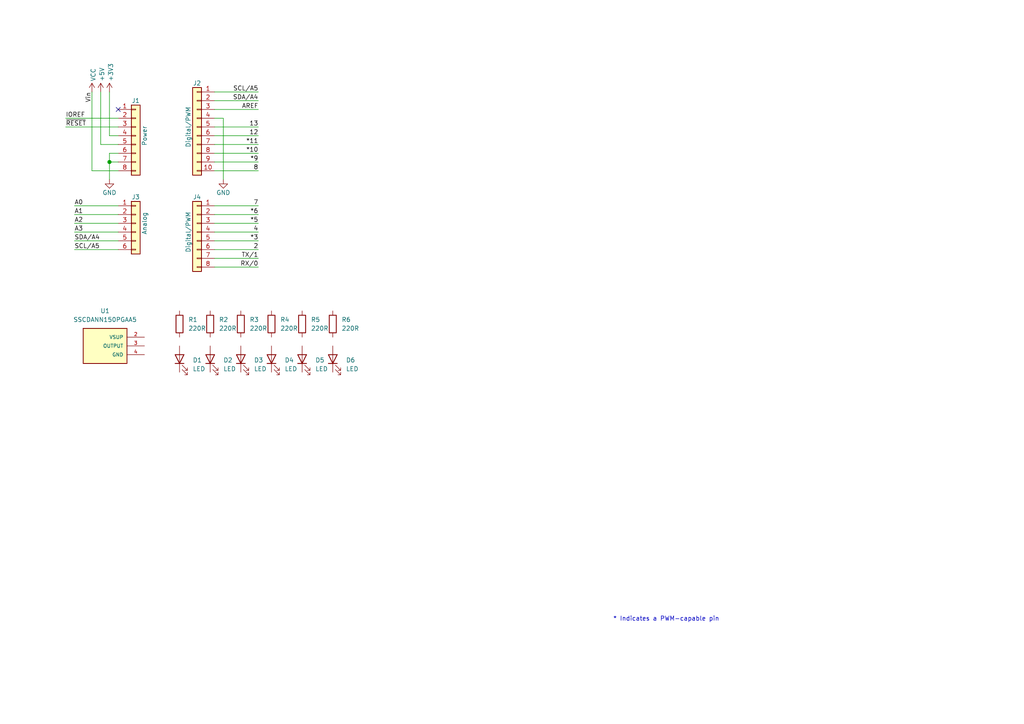
<source format=kicad_sch>
(kicad_sch (version 20231120) (generator "eeschema") (generator_version "8.0")
  (paper "A4")
  (title_block (date "mar. 31 mars 2015"))
  (lib_symbols
    (symbol "Connector_Generic:Conn_01x06" (pin_names (offset 1.016) hide)
      (property "Reference" "J" (at 0 7.62 0))
      (property "Value" "Conn_01x06" (at 0 -10.16 0))
      (symbol "Conn_01x06_1_1"
        (rectangle (start -1.27 -7.493) (end 0 -7.747) (stroke (width 0.1524)))
        (rectangle (start -1.27 -4.953) (end 0 -5.207) (stroke (width 0.1524)))
        (rectangle (start -1.27 -2.413) (end 0 -2.667) (stroke (width 0.1524)))
        (rectangle (start -1.27 0.127) (end 0 -0.127) (stroke (width 0.1524)))
        (rectangle (start -1.27 2.667) (end 0 2.413) (stroke (width 0.1524)))
        (rectangle (start -1.27 5.207) (end 0 4.953) (stroke (width 0.1524)))
        (rectangle (start -1.27 6.35) (end 1.27 -8.89) (stroke (width 0.254)) (fill (type background)))
        (pin passive line (at -5.08 5.08 0) (length 3.81) (name "Pin_1") (number "1"))
        (pin passive line (at -5.08 2.54 0) (length 3.81) (name "Pin_2") (number "2"))
        (pin passive line (at -5.08 0 0) (length 3.81) (name "Pin_3") (number "3"))
        (pin passive line (at -5.08 -2.54 0) (length 3.81) (name "Pin_4") (number "4"))
        (pin passive line (at -5.08 -5.08 0) (length 3.81) (name "Pin_5") (number "5"))
        (pin passive line (at -5.08 -7.62 0) (length 3.81) (name "Pin_6") (number "6"))
      )
    )
    (symbol "Connector_Generic:Conn_01x08" (pin_names (offset 1.016) hide)
      (property "Reference" "J" (at 0 10.16 0))
      (property "Value" "Conn_01x08" (at 0 -12.7 0))
      (symbol "Conn_01x08_1_1"
        (rectangle (start -1.27 -10.033) (end 0 -10.287) (stroke (width 0.1524)))
        (rectangle (start -1.27 -7.493) (end 0 -7.747) (stroke (width 0.1524)))
        (rectangle (start -1.27 -4.953) (end 0 -5.207) (stroke (width 0.1524)))
        (rectangle (start -1.27 -2.413) (end 0 -2.667) (stroke (width 0.1524)))
        (rectangle (start -1.27 0.127) (end 0 -0.127) (stroke (width 0.1524)))
        (rectangle (start -1.27 2.667) (end 0 2.413) (stroke (width 0.1524)))
        (rectangle (start -1.27 5.207) (end 0 4.953) (stroke (width 0.1524)))
        (rectangle (start -1.27 7.747) (end 0 7.493) (stroke (width 0.1524)))
        (rectangle (start -1.27 8.89) (end 1.27 -11.43) (stroke (width 0.254)) (fill (type background)))
        (pin passive line (at -5.08 7.62 0) (length 3.81) (name "Pin_1") (number "1"))
        (pin passive line (at -5.08 5.08 0) (length 3.81) (name "Pin_2") (number "2"))
        (pin passive line (at -5.08 2.54 0) (length 3.81) (name "Pin_3") (number "3"))
        (pin passive line (at -5.08 0 0) (length 3.81) (name "Pin_4") (number "4"))
        (pin passive line (at -5.08 -2.54 0) (length 3.81) (name "Pin_5") (number "5"))
        (pin passive line (at -5.08 -5.08 0) (length 3.81) (name "Pin_6") (number "6"))
        (pin passive line (at -5.08 -7.62 0) (length 3.81) (name "Pin_7") (number "7"))
        (pin passive line (at -5.08 -10.16 0) (length 3.81) (name "Pin_8") (number "8"))
      )
    )
    (symbol "Connector_Generic:Conn_01x10" (pin_names (offset 1.016) hide)
      (property "Reference" "J" (at 0 12.7 0))
      (property "Value" "Conn_01x10" (at 0 -15.24 0))
      (symbol "Conn_01x10_1_1"
        (rectangle (start -1.27 -12.573) (end 0 -12.827) (stroke (width 0.1524)))
        (rectangle (start -1.27 -10.033) (end 0 -10.287) (stroke (width 0.1524)))
        (rectangle (start -1.27 -7.493) (end 0 -7.747) (stroke (width 0.1524)))
        (rectangle (start -1.27 -4.953) (end 0 -5.207) (stroke (width 0.1524)))
        (rectangle (start -1.27 -2.413) (end 0 -2.667) (stroke (width 0.1524)))
        (rectangle (start -1.27 0.127) (end 0 -0.127) (stroke (width 0.1524)))
        (rectangle (start -1.27 2.667) (end 0 2.413) (stroke (width 0.1524)))
        (rectangle (start -1.27 5.207) (end 0 4.953) (stroke (width 0.1524)))
        (rectangle (start -1.27 7.747) (end 0 7.493) (stroke (width 0.1524)))
        (rectangle (start -1.27 10.287) (end 0 10.033) (stroke (width 0.1524)))
        (rectangle (start -1.27 11.43) (end 1.27 -13.97) (stroke (width 0.254)) (fill (type background)))
        (pin passive line (at -5.08 10.16 0) (length 3.81) (name "Pin_1") (number "1"))
        (pin passive line (at -5.08 -12.7 0) (length 3.81) (name "Pin_10") (number "10"))
        (pin passive line (at -5.08 7.62 0) (length 3.81) (name "Pin_2") (number "2"))
        (pin passive line (at -5.08 5.08 0) (length 3.81) (name "Pin_3") (number "3"))
        (pin passive line (at -5.08 2.54 0) (length 3.81) (name "Pin_4") (number "4"))
        (pin passive line (at -5.08 0 0) (length 3.81) (name "Pin_5") (number "5"))
        (pin passive line (at -5.08 -2.54 0) (length 3.81) (name "Pin_6") (number "6"))
        (pin passive line (at -5.08 -5.08 0) (length 3.81) (name "Pin_7") (number "7"))
        (pin passive line (at -5.08 -7.62 0) (length 3.81) (name "Pin_8") (number "8"))
        (pin passive line (at -5.08 -10.16 0) (length 3.81) (name "Pin_9") (number "9"))
      )
    )
    (symbol "Device:LED" (pin_numbers hide) (pin_names (offset 1.016) hide)
      (property "Reference" "D" (at 0 2.54 0))
      (property "Value" "LED" (at 0 -2.54 0))
      (symbol "LED_0_1"
        (polyline (pts (xy -1.27 -1.27) (xy -1.27 1.27)) (stroke (width 0.254)))
        (polyline (pts (xy -1.27 0) (xy 1.27 0)))
        (polyline (pts (xy 1.27 -1.27) (xy 1.27 1.27) (xy -1.27 0) (xy 1.27 -1.27)) (stroke (width 0.254)))
        (polyline (pts (xy -3.048 -0.762) (xy -4.572 -2.286) (xy -3.81 -2.286) (xy -4.572 -2.286) (xy -4.572 -1.524)))
        (polyline (pts (xy -1.778 -0.762) (xy -3.302 -2.286) (xy -2.54 -2.286) (xy -3.302 -2.286) (xy -3.302 -1.524)))
      )
      (symbol "LED_1_1"
        (pin passive line (at -3.81 0 0) (length 2.54) (name "K") (number "1"))
        (pin passive line (at 3.81 0 180) (length 2.54) (name "A") (number "2"))
      )
    )
    (symbol "Device:R" (pin_numbers hide) (pin_names (offset 0))
      (property "Reference" "R" (at 2.032 0 90))
      (property "Value" "R" (at 0 0 90))
      (symbol "R_0_1"
        (rectangle (start -1.016 -2.54) (end 1.016 2.54) (stroke (width 0.254)))
      )
      (symbol "R_1_1"
        (pin passive line (at 0 3.81 270) (length 1.27) (name "~") (number "1"))
        (pin passive line (at 0 -3.81 90) (length 1.27) (name "~") (number "2"))
      )
    )
    (symbol "SSCDANN150PGAA5:SSCDANN150PGAA5" (pin_names (offset 1.016))
      (property "Reference" "U" (at -5.0827 5.591 0))
      (property "Value" "SSCDANN150PGAA5" (at -4.8291 -6.6083 0))
      (symbol "SSCDANN150PGAA5_0_0"
        (rectangle (start -5.08 -5.08) (end 7.62 5.08) (stroke (width 0.254)) (fill (type background)))
        (pin power_in line (at 12.7 2.54 180) (length 5.08) (name "VSUP") (number "2"))
        (pin output line (at 12.7 0 180) (length 5.08) (name "OUTPUT") (number "3"))
        (pin power_in line (at 12.7 -2.54 180) (length 5.08) (name "GND") (number "4"))
      )
    )
    (symbol "power:+3V3" (power) (pin_names (offset 0))
      (property "Value" "+3V3" (at 0 3.556 0))
      (symbol "+3V3_0_1"
        (polyline (pts (xy -0.762 1.27) (xy 0 2.54)))
        (polyline (pts (xy 0 0) (xy 0 2.54)))
        (polyline (pts (xy 0 2.54) (xy 0.762 1.27)))
      )
      (symbol "+3V3_1_1"
        (pin power_in line (at 0 0 90) (length 0) hide (name "+3V3") (number "1"))
      )
    )
    (symbol "power:+5V" (power) (pin_names (offset 0))
      (property "Value" "+5V" (at 0 3.556 0))
      (symbol "+5V_0_1"
        (polyline (pts (xy -0.762 1.27) (xy 0 2.54)))
        (polyline (pts (xy 0 0) (xy 0 2.54)))
        (polyline (pts (xy 0 2.54) (xy 0.762 1.27)))
      )
      (symbol "+5V_1_1"
        (pin power_in line (at 0 0 90) (length 0) hide (name "+5V") (number "1"))
      )
    )
    (symbol "power:GND" (power) (pin_names (offset 0))
      (property "Value" "GND" (at 0 -3.81 0))
      (symbol "GND_0_1"
        (polyline (pts (xy 0 0) (xy 0 -1.27) (xy 1.27 -1.27) (xy 0 -2.54) (xy -1.27 -1.27) (xy 0 -1.27)))
      )
      (symbol "GND_1_1"
        (pin power_in line (at 0 0 270) (length 0) hide (name "GND") (number "1"))
      )
    )
    (symbol "power:VCC" (power) (pin_names (offset 0))
      (property "Value" "VCC" (at 0 3.81 0))
      (symbol "VCC_0_1"
        (polyline (pts (xy -0.762 1.27) (xy 0 2.54)))
        (polyline (pts (xy 0 0) (xy 0 2.54)))
        (polyline (pts (xy 0 2.54) (xy 0.762 1.27)))
      )
      (symbol "VCC_1_1"
        (pin power_in line (at 0 0 90) (length 0) hide (name "VCC") (number "1"))
      )
    )
  )
  (junction (at 31.75 46.99) (diameter 1.016))
  (no_connect (at 34.29 31.75))
  (wire (pts (xy 62.23 77.47) (xy 74.93 77.47)))
  (wire (pts (xy 62.23 44.45) (xy 74.93 44.45)))
  (wire (pts (xy 62.23 26.67) (xy 74.93 26.67)))
  (wire (pts (xy 31.75 44.45) (xy 31.75 46.99)))
  (wire (pts (xy 21.59 72.39) (xy 34.29 72.39)))
  (wire (pts (xy 31.75 46.99) (xy 31.75 52.07)))
  (wire (pts (xy 31.75 39.37) (xy 34.29 39.37)))
  (wire (pts (xy 29.21 41.91) (xy 34.29 41.91)))
  (wire (pts (xy 29.21 26.67) (xy 29.21 41.91)))
  (wire (pts (xy 62.23 36.83) (xy 74.93 36.83)))
  (wire (pts (xy 31.75 26.67) (xy 31.75 39.37)))
  (wire (pts (xy 62.23 59.69) (xy 74.93 59.69)))
  (wire (pts (xy 34.29 59.69) (xy 21.59 59.69)))
  (wire (pts (xy 62.23 39.37) (xy 74.93 39.37)))
  (wire (pts (xy 62.23 62.23) (xy 74.93 62.23)))
  (wire (pts (xy 62.23 46.99) (xy 74.93 46.99)))
  (wire (pts (xy 62.23 67.31) (xy 74.93 67.31)))
  (wire (pts (xy 19.05 34.29) (xy 34.29 34.29)))
  (wire (pts (xy 64.77 34.29) (xy 64.77 52.07)))
  (wire (pts (xy 62.23 31.75) (xy 74.93 31.75)))
  (wire (pts (xy 34.29 64.77) (xy 21.59 64.77)))
  (wire (pts (xy 19.05 36.83) (xy 34.29 36.83)))
  (wire (pts (xy 34.29 46.99) (xy 31.75 46.99)))
  (wire (pts (xy 34.29 49.53) (xy 26.67 49.53)))
  (wire (pts (xy 21.59 62.23) (xy 34.29 62.23)))
  (wire (pts (xy 62.23 34.29) (xy 64.77 34.29)))
  (wire (pts (xy 34.29 44.45) (xy 31.75 44.45)))
  (wire (pts (xy 62.23 41.91) (xy 74.93 41.91)))
  (wire (pts (xy 62.23 64.77) (xy 74.93 64.77)))
  (wire (pts (xy 21.59 67.31) (xy 34.29 67.31)))
  (wire (pts (xy 62.23 29.21) (xy 74.93 29.21)))
  (wire (pts (xy 62.23 72.39) (xy 74.93 72.39)))
  (wire (pts (xy 62.23 69.85) (xy 74.93 69.85)))
  (wire (pts (xy 62.23 74.93) (xy 74.93 74.93)))
  (wire (pts (xy 26.67 49.53) (xy 26.67 26.67)))
  (wire (pts (xy 34.29 69.85) (xy 21.59 69.85)))
  (wire (pts (xy 62.23 49.53) (xy 74.93 49.53)))
  (text "* Indicates a PWM-capable pin" (at 177.8 180.34 0) (effects (font (size 1.27 1.27)) (justify left bottom)))
  (label "RX{slash}0" (at 74.93 77.47 180))
  (label "A2" (at 21.59 64.77 0))
  (label "4" (at 74.93 67.31 180))
  (label "2" (at 74.93 72.39 180))
  (label "A3" (at 21.59 67.31 0))
  (label "13" (at 74.93 36.83 180))
  (label "12" (at 74.93 39.37 180))
  (label "~{RESET}" (at 19.05 36.83 0))
  (label "*10" (at 74.93 44.45 180))
  (label "7" (at 74.93 59.69 180))
  (label "SDA{slash}A4" (at 74.93 29.21 180))
  (label "8" (at 74.93 49.53 180))
  (label "*11" (at 74.93 41.91 180))
  (label "*3" (at 74.93 69.85 180))
  (label "A1" (at 21.59 62.23 0))
  (label "TX{slash}1" (at 74.93 74.93 180))
  (label "A0" (at 21.59 59.69 0))
  (label "AREF" (at 74.93 31.75 180))
  (label "Vin" (at 26.67 26.67 270))
  (label "*6" (at 74.93 62.23 180))
  (label "SCL{slash}A5" (at 74.93 26.67 180))
  (label "*9" (at 74.93 46.99 180))
  (label "*5" (at 74.93 64.77 180))
  (label "IOREF" (at 19.05 34.29 0))
  (label "SDA{slash}A4" (at 21.59 69.85 0))
  (label "SCL{slash}A5" (at 21.59 72.39 0))
  (symbol (lib_id "Connector_Generic:Conn_01x08") (at 39.37 39.37 0) (unit 1)
    (property "Reference" "J1" (at 39.37 29.21 0))
    (property "Value" "Power" (at 41.91 39.37 90))
    (property "Footprint" "Connector_PinSocket_2.54mm:PinSocket_1x08_P2.54mm_Vertical" (effects (hide yes)))
  )
  (symbol (lib_id "power:+3V3") (at 31.75 26.67 0) (unit 1)
    (property "Reference" "#PWR03" (effects (hide yes)))
    (property "Value" "+3V3" (at 32.131 23.622 90) (effects (justify left)))
  )
  (symbol (lib_id "power:+5V") (at 29.21 26.67 0) (unit 1)
    (property "Reference" "#PWR02" (effects (hide yes)))
    (property "Value" "+5V" (at 29.5656 23.622 90) (effects (justify left)))
  )
  (symbol (lib_id "power:GND") (at 31.75 52.07 0) (unit 1)
    (property "Reference" "#PWR04" (effects (hide yes)))
    (property "Value" "GND" (at 31.75 55.88 0))
  )
  (symbol (lib_id "Connector_Generic:Conn_01x10") (at 57.15 36.83 0) (mirror y) (unit 1)
    (property "Reference" "J2" (at 57.15 24.13 0))
    (property "Value" "Digital/PWM" (at 54.61 36.83 90))
    (property "Footprint" "Connector_PinSocket_2.54mm:PinSocket_1x10_P2.54mm_Vertical" (effects (hide yes)))
  )
  (symbol (lib_id "power:GND") (at 64.77 52.07 0) (unit 1)
    (property "Reference" "#PWR05" (effects (hide yes)))
    (property "Value" "GND" (at 64.77 55.88 0))
  )
  (symbol (lib_id "Connector_Generic:Conn_01x06") (at 39.37 64.77 0) (unit 1)
    (property "Reference" "J3" (at 39.37 57.15 0))
    (property "Value" "Analog" (at 41.91 64.77 90))
    (property "Footprint" "Connector_PinSocket_2.54mm:PinSocket_1x06_P2.54mm_Vertical" (effects (hide yes)))
  )
  (symbol (lib_id "Connector_Generic:Conn_01x08") (at 57.15 67.31 0) (mirror y) (unit 1)
    (property "Reference" "J4" (at 57.15 57.15 0))
    (property "Value" "Digital/PWM" (at 54.61 67.31 90))
    (property "Footprint" "Connector_PinSocket_2.54mm:PinSocket_1x08_P2.54mm_Vertical" (effects (hide yes)))
  )
  (symbol (lib_id "Device:R") (at 87.63 93.98 0) (unit 1)
    (property "Reference" "R5" (at 90.17 92.7099 0) (effects (justify left)))
    (property "Value" "220R" (at 90.17 95.2499 0) (effects (justify left)))
    (property "Footprint" "Resistor_THT:R_Axial_DIN0207_L6.3mm_D2.5mm_P10.16mm_Horizontal" (effects (hide yes)))
    (property "Description" "Resistor" (effects (hide yes)))
  )
  (symbol (lib_id "Device:R") (at 69.85 93.98 0) (unit 1)
    (property "Reference" "R3" (at 72.39 92.7099 0) (effects (justify left)))
    (property "Value" "220R" (at 72.39 95.2499 0) (effects (justify left)))
    (property "Footprint" "Resistor_THT:R_Axial_DIN0207_L6.3mm_D2.5mm_P10.16mm_Horizontal" (effects (hide yes)))
    (property "Description" "Resistor" (effects (hide yes)))
  )
  (symbol (lib_id "Device:R") (at 78.74 93.98 0) (unit 1)
    (property "Reference" "R4" (at 81.28 92.7099 0) (effects (justify left)))
    (property "Value" "220R" (at 81.28 95.2499 0) (effects (justify left)))
    (property "Footprint" "Resistor_THT:R_Axial_DIN0207_L6.3mm_D2.5mm_P10.16mm_Horizontal" (effects (hide yes)))
    (property "Description" "Resistor" (effects (hide yes)))
  )
  (symbol (lib_id "power:VCC") (at 26.67 26.67 0) (unit 1)
    (property "Reference" "#PWR01" (effects (hide yes)))
    (property "Value" "VCC" (at 27.051 23.622 90) (effects (justify left)))
  )
  (symbol (lib_id "Device:LED") (at 52.07 104.14 90) (unit 1)
    (property "Reference" "D1" (at 55.88 104.4574 90) (effects (justify right)))
    (property "Value" "LED" (at 55.88 106.9974 90) (effects (justify right)))
    (property "Footprint" "LED_THT:LED_D3.0mm_Horizontal_O3.81mm_Z10.0mm" (effects (hide yes)))
    (property "Description" "Light emitting diode" (effects (hide yes)))
  )
  (symbol (lib_id "Device:LED") (at 60.96 104.14 90) (unit 1)
    (property "Reference" "D2" (at 64.77 104.4574 90) (effects (justify right)))
    (property "Value" "LED" (at 64.77 106.9974 90) (effects (justify right)))
    (property "Footprint" "LED_THT:LED_D3.0mm_Horizontal_O3.81mm_Z10.0mm" (effects (hide yes)))
    (property "Description" "Light emitting diode" (effects (hide yes)))
  )
  (symbol (lib_id "Device:LED") (at 87.63 104.14 90) (unit 1)
    (property "Reference" "D5" (at 91.44 104.4574 90) (effects (justify right)))
    (property "Value" "LED" (at 91.44 106.9974 90) (effects (justify right)))
    (property "Footprint" "LED_THT:LED_D3.0mm_Horizontal_O3.81mm_Z10.0mm" (effects (hide yes)))
    (property "Description" "Light emitting diode" (effects (hide yes)))
  )
  (symbol (lib_id "Device:R") (at 96.52 93.98 0) (unit 1)
    (property "Reference" "R6" (at 99.06 92.7099 0) (effects (justify left)))
    (property "Value" "220R" (at 99.06 95.2499 0) (effects (justify left)))
    (property "Footprint" "Resistor_THT:R_Axial_DIN0207_L6.3mm_D2.5mm_P10.16mm_Horizontal" (effects (hide yes)))
    (property "Description" "Resistor" (effects (hide yes)))
  )
  (symbol (lib_id "Device:LED") (at 69.85 104.14 90) (unit 1)
    (property "Reference" "D3" (at 73.66 104.4574 90) (effects (justify right)))
    (property "Value" "LED" (at 73.66 106.9974 90) (effects (justify right)))
    (property "Footprint" "LED_THT:LED_D3.0mm_Horizontal_O3.81mm_Z10.0mm" (effects (hide yes)))
    (property "Description" "Light emitting diode" (effects (hide yes)))
  )
  (symbol (lib_id "Device:R") (at 52.07 93.98 0) (unit 1)
    (property "Reference" "R1" (at 54.61 92.7099 0) (effects (justify left)))
    (property "Value" "220R" (at 54.61 95.2499 0) (effects (justify left)))
    (property "Footprint" "Resistor_THT:R_Axial_DIN0207_L6.3mm_D2.5mm_P10.16mm_Horizontal" (effects (hide yes)))
    (property "Description" "Resistor" (effects (hide yes)))
  )
  (symbol (lib_id "Device:R") (at 60.96 93.98 0) (unit 1)
    (property "Reference" "R2" (at 63.5 92.7099 0) (effects (justify left)))
    (property "Value" "220R" (at 63.5 95.2499 0) (effects (justify left)))
    (property "Footprint" "Resistor_THT:R_Axial_DIN0207_L6.3mm_D2.5mm_P10.16mm_Horizontal" (effects (hide yes)))
    (property "Description" "Resistor" (effects (hide yes)))
  )
  (symbol (lib_id "Device:LED") (at 78.74 104.14 90) (unit 1)
    (property "Reference" "D4" (at 82.55 104.4574 90) (effects (justify right)))
    (property "Value" "LED" (at 82.55 106.9974 90) (effects (justify right)))
    (property "Footprint" "LED_THT:LED_D3.0mm_Horizontal_O3.81mm_Z10.0mm" (effects (hide yes)))
    (property "Description" "Light emitting diode" (effects (hide yes)))
  )
  (symbol (lib_id "SSCDANN150PGAA5:SSCDANN150PGAA5") (at 29.21 100.33 0) (unit 1)
    (property "Reference" "U1" (at 30.48 90.17 0))
    (property "Value" "SSCDANN150PGAA5" (at 30.48 92.71 0))
    (property "Footprint" "libs:XDCR_SSCDANN150PGAA5" (effects (hide yes)))
    (property "MANUFACTURER" "HONEYWELL" (effects (hide yes)))
  )
  (symbol (lib_id "Device:LED") (at 96.52 104.14 90) (unit 1)
    (property "Reference" "D6" (at 100.33 104.4574 90) (effects (justify right)))
    (property "Value" "LED" (at 100.33 106.9974 90) (effects (justify right)))
    (property "Footprint" "LED_THT:LED_D3.0mm_Horizontal_O3.81mm_Z10.0mm" (effects (hide yes)))
    (property "Description" "Light emitting diode" (effects (hide yes)))
  )
)
</source>
